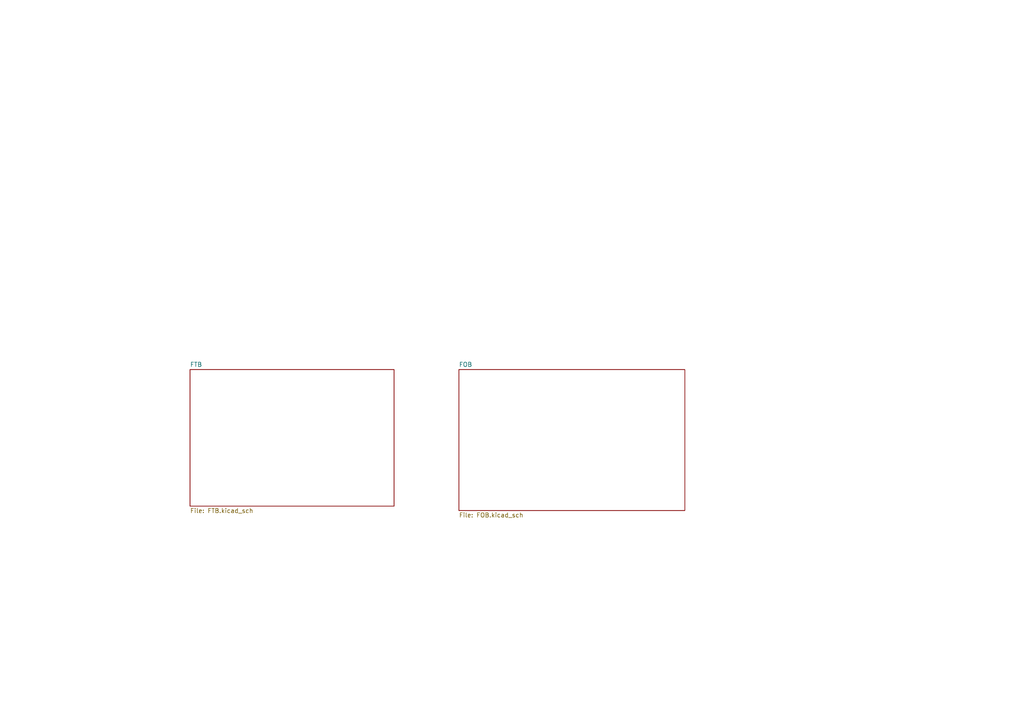
<source format=kicad_sch>
(kicad_sch
	(version 20250114)
	(generator "eeschema")
	(generator_version "9.0")
	(uuid "56bcd992-0cf9-4a9e-928d-6660546a5ab1")
	(paper "A4")
	(lib_symbols)
	(sheet
		(at 133.096 107.188)
		(size 65.532 40.894)
		(exclude_from_sim no)
		(in_bom yes)
		(on_board yes)
		(dnp no)
		(fields_autoplaced yes)
		(stroke
			(width 0.1524)
			(type solid)
		)
		(fill
			(color 0 0 0 0.0000)
		)
		(uuid "0e14ddcc-7a0c-48e8-ba9a-7bcef799bb2a")
		(property "Sheetname" "FOB"
			(at 133.096 106.4764 0)
			(effects
				(font
					(size 1.27 1.27)
				)
				(justify left bottom)
			)
		)
		(property "Sheetfile" "FOB.kicad_sch"
			(at 133.096 148.6666 0)
			(effects
				(font
					(size 1.27 1.27)
				)
				(justify left top)
			)
		)
		(instances
			(project "T11"
				(path "/56bcd992-0cf9-4a9e-928d-6660546a5ab1"
					(page "3")
				)
			)
		)
	)
	(sheet
		(at 55.118 107.188)
		(size 59.182 39.624)
		(exclude_from_sim no)
		(in_bom yes)
		(on_board yes)
		(dnp no)
		(fields_autoplaced yes)
		(stroke
			(width 0.1524)
			(type solid)
		)
		(fill
			(color 0 0 0 0.0000)
		)
		(uuid "c9f23f16-db4a-4a7e-9d0f-c698d4d3054d")
		(property "Sheetname" "FTB"
			(at 55.118 106.4764 0)
			(effects
				(font
					(size 1.27 1.27)
				)
				(justify left bottom)
			)
		)
		(property "Sheetfile" "FTB.kicad_sch"
			(at 55.118 147.3966 0)
			(effects
				(font
					(size 1.27 1.27)
				)
				(justify left top)
			)
		)
		(instances
			(project "T11"
				(path "/56bcd992-0cf9-4a9e-928d-6660546a5ab1"
					(page "2")
				)
			)
		)
	)
	(sheet_instances
		(path "/"
			(page "1")
		)
	)
	(embedded_fonts no)
)

</source>
